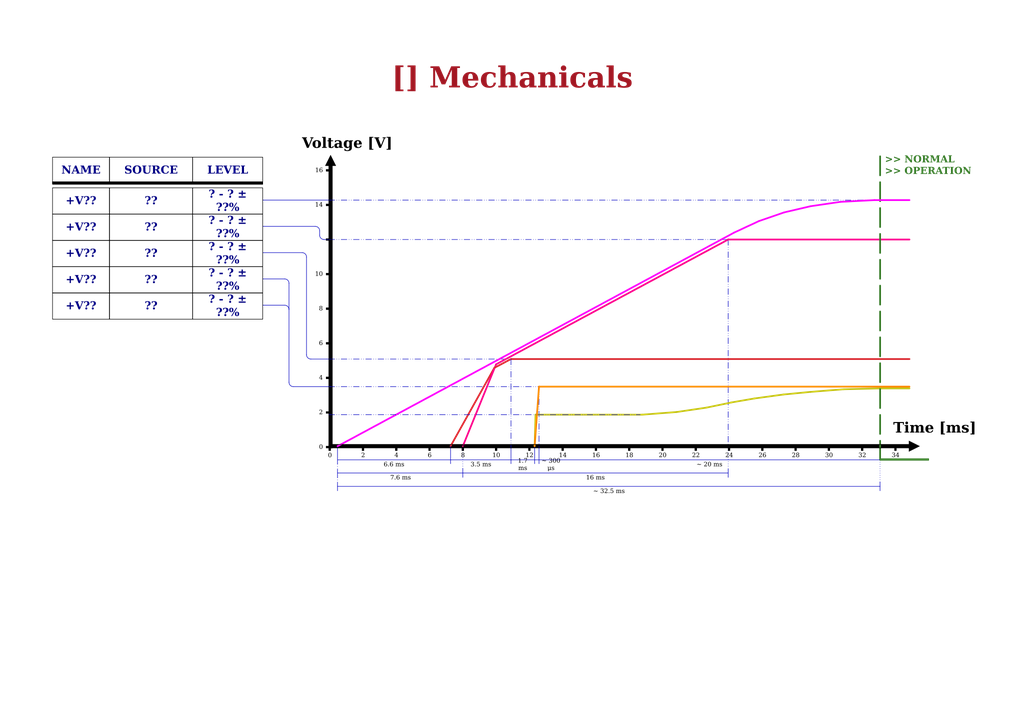
<source format=kicad_sch>
(kicad_sch
	(version 20250114)
	(generator "eeschema")
	(generator_version "9.0")
	(uuid "26e99a33-043b-499d-a26e-816ff79b487a")
	(paper "A4")
	(title_block
		(title "Mechanicals")
		(date "2025-01-12")
		(rev "${REVISION}")
		(company "${COMPANY}")
	)
	(lib_symbols)
	(rectangle
		(start 94.615 119.38)
		(end 96.139 119.888)
		(stroke
			(width 0)
			(type default)
			(color 0 0 0 1)
		)
		(fill
			(type color)
			(color 0 0 0 1)
		)
		(uuid 01c9fd1d-d2cd-474e-a2f2-7336d2eb5438)
	)
	(rectangle
		(start 114.681 129.159)
		(end 115.189 130.683)
		(stroke
			(width 0)
			(type default)
			(color 0 0 0 1)
		)
		(fill
			(type color)
			(color 0 0 0 1)
		)
		(uuid 085660ca-3a67-46bf-85b0-bb74abf891e3)
	)
	(rectangle
		(start 191.897 129.159)
		(end 192.405 130.683)
		(stroke
			(width 0)
			(type default)
			(color 0 0 0 1)
		)
		(fill
			(type color)
			(color 0 0 0 1)
		)
		(uuid 09774e91-f9d0-4db9-9e0f-815490f4898d)
	)
	(arc
		(start 82.55 80.897)
		(mid 83.4487 81.2689)
		(end 83.82 82.167)
		(stroke
			(width 0)
			(type default)
		)
		(fill
			(type none)
		)
		(uuid 0c0f9f41-f41f-4d24-90e5-831fa1470dea)
	)
	(rectangle
		(start 249.809 129.159)
		(end 250.317 130.683)
		(stroke
			(width 0)
			(type default)
			(color 0 0 0 1)
		)
		(fill
			(type color)
			(color 0 0 0 1)
		)
		(uuid 1c1e908e-05f8-44d9-8561-32d60503f5fa)
	)
	(rectangle
		(start 220.853 129.159)
		(end 221.361 130.683)
		(stroke
			(width 0)
			(type default)
			(color 0 0 0 1)
		)
		(fill
			(type color)
			(color 0 0 0 1)
		)
		(uuid 205e879f-c514-4b78-8bf1-d45ed4980894)
	)
	(rectangle
		(start 94.615 79.248)
		(end 96.139 79.756)
		(stroke
			(width 0)
			(type default)
			(color 0 0 0 1)
		)
		(fill
			(type color)
			(color 0 0 0 1)
		)
		(uuid 23111c0a-8311-4e0b-b6b5-bb05b9cd3eab)
	)
	(rectangle
		(start 201.549 129.159)
		(end 202.057 130.683)
		(stroke
			(width 0)
			(type default)
			(color 0 0 0 1)
		)
		(fill
			(type color)
			(color 0 0 0 1)
		)
		(uuid 3b7d974c-37a0-442f-9733-47c591f05f53)
	)
	(arc
		(start 91.44 65.659)
		(mid 92.338 66.031)
		(end 92.71 66.929)
		(stroke
			(width 0)
			(type default)
		)
		(fill
			(type none)
		)
		(uuid 3c5d6acd-d97b-4c05-80b5-9742f3e3b5f0)
	)
	(rectangle
		(start 95.377 129.159)
		(end 95.885 130.683)
		(stroke
			(width 0)
			(type default)
			(color 0 0 0 1)
		)
		(fill
			(type color)
			(color 0 0 0 1)
		)
		(uuid 3dd077b4-ca8f-47c2-bee1-2e3802083be7)
	)
	(rectangle
		(start 133.985 129.159)
		(end 134.493 130.683)
		(stroke
			(width 0)
			(type default)
			(color 0 0 0 1)
		)
		(fill
			(type color)
			(color 0 0 0 1)
		)
		(uuid 3e62ef00-0c8e-41fa-b2f3-08de867fa54f)
	)
	(rectangle
		(start 94.615 69.215)
		(end 96.139 69.723)
		(stroke
			(width 0)
			(type default)
			(color 0 0 0 1)
		)
		(fill
			(type color)
			(color 0 0 0 1)
		)
		(uuid 421293c6-3cf3-494b-b1c5-7fc458134e79)
	)
	(rectangle
		(start 15.24 52.705)
		(end 76.2 53.467)
		(stroke
			(width 0)
			(type default)
			(color 0 0 0 1)
		)
		(fill
			(type color)
			(color 0 0 0 1)
		)
		(uuid 42271fe1-5842-414e-a310-4925dcee0008)
	)
	(rectangle
		(start 94.615 89.281)
		(end 96.139 89.789)
		(stroke
			(width 0)
			(type default)
			(color 0 0 0 1)
		)
		(fill
			(type color)
			(color 0 0 0 1)
		)
		(uuid 469c46ff-b6e8-4790-b52f-1ed9a2bdd1f8)
	)
	(rectangle
		(start 162.941 129.159)
		(end 163.449 130.683)
		(stroke
			(width 0)
			(type default)
			(color 0 0 0 1)
		)
		(fill
			(type color)
			(color 0 0 0 1)
		)
		(uuid 56c4474d-0301-4408-974f-0518f1baa953)
	)
	(rectangle
		(start 143.637 129.159)
		(end 144.145 130.683)
		(stroke
			(width 0)
			(type default)
			(color 0 0 0 1)
		)
		(fill
			(type color)
			(color 0 0 0 1)
		)
		(uuid 5eee5b1a-6c26-4234-8466-170b3f779aa3)
	)
	(rectangle
		(start 95.377 128.905)
		(end 263.779 129.921)
		(stroke
			(width 0)
			(type default)
			(color 0 0 0 1)
		)
		(fill
			(type color)
			(color 0 0 0 1)
		)
		(uuid 6d8a1105-6737-4a0b-9f5f-040b945eed17)
	)
	(arc
		(start 90.17 104.141)
		(mid 89.2716 103.7691)
		(end 88.9 102.871)
		(stroke
			(width 0)
			(type default)
		)
		(fill
			(type none)
		)
		(uuid 7b2230f0-ce99-43e9-84a4-a791101d7b85)
	)
	(rectangle
		(start 94.615 99.314)
		(end 96.139 99.822)
		(stroke
			(width 0)
			(type default)
			(color 0 0 0 1)
		)
		(fill
			(type color)
			(color 0 0 0 1)
		)
		(uuid 7f8be5cb-90a9-46c5-97db-3d1d78b2f341)
	)
	(rectangle
		(start 94.615 109.347)
		(end 96.139 109.855)
		(stroke
			(width 0)
			(type default)
			(color 0 0 0 1)
		)
		(fill
			(type color)
			(color 0 0 0 1)
		)
		(uuid 7fdcc2de-fa58-4066-9ff8-f7d6046e1167)
	)
	(rectangle
		(start 259.461 129.159)
		(end 259.969 130.683)
		(stroke
			(width 0)
			(type default)
			(color 0 0 0 1)
		)
		(fill
			(type color)
			(color 0 0 0 1)
		)
		(uuid 842b39c1-4ee6-4238-8b46-e785731d06f1)
	)
	(rectangle
		(start 105.029 129.159)
		(end 105.537 130.683)
		(stroke
			(width 0)
			(type default)
			(color 0 0 0 1)
		)
		(fill
			(type color)
			(color 0 0 0 1)
		)
		(uuid 960a89ab-5167-4e3c-95c8-b3e891644096)
	)
	(rectangle
		(start 240.157 129.159)
		(end 240.665 130.683)
		(stroke
			(width 0)
			(type default)
			(color 0 0 0 1)
		)
		(fill
			(type color)
			(color 0 0 0 1)
		)
		(uuid 96e56ef9-debd-4418-8330-7dca10cdbbe7)
	)
	(rectangle
		(start 95.377 47.371)
		(end 96.393 129.921)
		(stroke
			(width 0)
			(type default)
			(color 0 0 0 1)
		)
		(fill
			(type color)
			(color 0 0 0 1)
		)
		(uuid 996b6b38-3a4b-457c-8281-2dd4304c7e91)
	)
	(arc
		(start 82.55 88.516)
		(mid 83.4491 88.8878)
		(end 83.82 89.786)
		(stroke
			(width 0)
			(type default)
		)
		(fill
			(type none)
		)
		(uuid 9ad9af7d-f870-4f4d-b863-a3cb88d12708)
	)
	(rectangle
		(start 211.201 129.159)
		(end 211.709 130.683)
		(stroke
			(width 0)
			(type default)
			(color 0 0 0 1)
		)
		(fill
			(type color)
			(color 0 0 0 1)
		)
		(uuid 9bd636ad-96b2-4037-90f6-ad48772c0413)
	)
	(rectangle
		(start 230.505 129.159)
		(end 231.013 130.683)
		(stroke
			(width 0)
			(type default)
			(color 0 0 0 1)
		)
		(fill
			(type color)
			(color 0 0 0 1)
		)
		(uuid ab3483ad-9beb-416f-a41c-b3b1b7dc1850)
	)
	(rectangle
		(start 94.615 49.149)
		(end 96.139 49.657)
		(stroke
			(width 0)
			(type default)
			(color 0 0 0 1)
		)
		(fill
			(type color)
			(color 0 0 0 1)
		)
		(uuid b0c9fcec-fe45-4575-885f-193ce09a72d8)
	)
	(rectangle
		(start 172.593 129.159)
		(end 173.101 130.683)
		(stroke
			(width 0)
			(type default)
			(color 0 0 0 1)
		)
		(fill
			(type color)
			(color 0 0 0 1)
		)
		(uuid bacf2a60-ebce-4900-a491-53d1d841d529)
	)
	(rectangle
		(start 124.333 129.159)
		(end 124.841 130.683)
		(stroke
			(width 0)
			(type default)
			(color 0 0 0 1)
		)
		(fill
			(type color)
			(color 0 0 0 1)
		)
		(uuid c0e4d47a-808d-44d6-ac4a-0f050619e78d)
	)
	(arc
		(start 93.98 69.47)
		(mid 93.0816 69.0981)
		(end 92.71 68.2)
		(stroke
			(width 0)
			(type default)
		)
		(fill
			(type none)
		)
		(uuid c23b0f3d-e1fb-4eb1-9484-38fb02d60c76)
	)
	(rectangle
		(start 255.27 133.0198)
		(end 269.367 133.5278)
		(stroke
			(width 0)
			(type default)
			(color 53 123 38 1)
		)
		(fill
			(type color)
			(color 53 123 38 1)
		)
		(uuid cd333f61-3a84-425e-9405-6c9441d11e74)
	)
	(arc
		(start 87.63 73.278)
		(mid 88.5284 73.6499)
		(end 88.9 74.548)
		(stroke
			(width 0)
			(type default)
		)
		(fill
			(type none)
		)
		(uuid d7c738e5-3058-4b9a-a958-4d502446d8e3)
	)
	(rectangle
		(start 94.615 59.182)
		(end 96.139 59.69)
		(stroke
			(width 0)
			(type default)
			(color 0 0 0 1)
		)
		(fill
			(type color)
			(color 0 0 0 1)
		)
		(uuid d880b30a-ae22-4b99-94cc-3cc9c533e8e9)
	)
	(rectangle
		(start 182.245 129.159)
		(end 182.753 130.683)
		(stroke
			(width 0)
			(type default)
			(color 0 0 0 1)
		)
		(fill
			(type color)
			(color 0 0 0 1)
		)
		(uuid f32b3655-beae-4c32-8ac8-4acf2e080e86)
	)
	(rectangle
		(start 153.289 129.159)
		(end 153.797 130.683)
		(stroke
			(width 0)
			(type default)
			(color 0 0 0 1)
		)
		(fill
			(type color)
			(color 0 0 0 1)
		)
		(uuid f8dd6608-6fed-4399-a2fa-9a4460646543)
	)
	(arc
		(start 85.09 112.144)
		(mid 84.1909 111.7722)
		(end 83.82 110.874)
		(stroke
			(width 0)
			(type default)
		)
		(fill
			(type none)
		)
		(uuid fa9c855a-c6c8-4a57-823f-c3bb6c2a3ab3)
	)
	(rectangle
		(start 94.615 129.413)
		(end 96.139 129.921)
		(stroke
			(width 0)
			(type default)
			(color 0 0 0 1)
		)
		(fill
			(type color)
			(color 0 0 0 1)
		)
		(uuid fbce5f74-e6dc-4caf-95b1-d2e389cbff45)
	)
	(text "Voltage [V]"
		(exclude_from_sim no)
		(at 87.6046 44.4246 0)
		(effects
			(font
				(face "Times New Roman")
				(size 3 3)
				(thickness 0.4)
				(bold yes)
				(color 0 0 0 1)
			)
			(justify left bottom)
		)
		(uuid "175b8f18-81ff-4b8b-bacc-429ebcefd377")
	)
	(text ">> NORMAL \n>> OPERATION"
		(exclude_from_sim no)
		(at 256.667 51.562 0)
		(effects
			(font
				(face "Times New Roman")
				(size 2 2)
				(thickness 0.4)
				(bold yes)
				(color 53 123 38 1)
			)
			(justify left bottom)
		)
		(uuid "b29326be-65a3-4fc5-9d14-850aa59ca2a1")
	)
	(text "Time [ms]"
		(exclude_from_sim no)
		(at 259.08 127 0)
		(effects
			(font
				(face "Times New Roman")
				(size 3 3)
				(thickness 0.4)
				(bold yes)
				(color 0 0 0 1)
			)
			(justify left bottom)
		)
		(uuid "be8ac8d4-7137-494d-bff2-23ac58b6a9ef")
	)
	(text_box "3.5 ms"
		(exclude_from_sim no)
		(at 130.6576 133.4516 0)
		(size 17.653 2.54)
		(margins 0.9524 0.9524 0.9524 0.9524)
		(stroke
			(width -0.0001)
			(type default)
		)
		(fill
			(type none)
		)
		(effects
			(font
				(face "Times New Roman")
				(size 1.27 1.27)
				(color 0 0 0 1)
			)
		)
		(uuid "057279ac-9604-4990-8e26-7bec51ceaf06")
	)
	(text_box "18"
		(exclude_from_sim no)
		(at 180.8226 130.7846 0)
		(size 3.429 2.54)
		(margins 0.9524 0.9524 0.9524 0.9524)
		(stroke
			(width -0.0001)
			(type default)
		)
		(fill
			(type none)
		)
		(effects
			(font
				(face "Times New Roman")
				(size 1.27 1.27)
				(color 0 0 0 1)
			)
		)
		(uuid "08241509-e60b-45e1-b1ab-84f794ba668b")
	)
	(text_box "24"
		(exclude_from_sim no)
		(at 209.7786 130.7846 0)
		(size 3.429 2.54)
		(margins 0.9524 0.9524 0.9524 0.9524)
		(stroke
			(width -0.0001)
			(type default)
		)
		(fill
			(type none)
		)
		(effects
			(font
				(face "Times New Roman")
				(size 1.27 1.27)
				(color 0 0 0 1)
			)
		)
		(uuid "09ad8a29-0526-43a2-bbd5-b6f200d8097b")
	)
	(text_box "8"
		(exclude_from_sim no)
		(at 132.5626 130.7846 0)
		(size 3.429 2.54)
		(margins 0.9524 0.9524 0.9524 0.9524)
		(stroke
			(width -0.0001)
			(type default)
		)
		(fill
			(type none)
		)
		(effects
			(font
				(face "Times New Roman")
				(size 1.27 1.27)
				(color 0 0 0 1)
			)
		)
		(uuid "0de4d20a-cc42-420d-81c0-b6c33e089acb")
	)
	(text_box "7.6 ms"
		(exclude_from_sim no)
		(at 98.0186 137.2616 0)
		(size 36.322 2.54)
		(margins 0.9524 0.9524 0.9524 0.9524)
		(stroke
			(width -0.0001)
			(type default)
		)
		(fill
			(type none)
		)
		(effects
			(font
				(face "Times New Roman")
				(size 1.27 1.27)
				(color 0 0 0 1)
			)
		)
		(uuid "1013f434-6a63-4228-8d39-5e75ca888b6f")
	)
	(text_box "? - ? ± ??%"
		(exclude_from_sim no)
		(at 55.88 84.963 0)
		(size 20.32 7.62)
		(margins 1.7145 1.7145 1.7145 1.7145)
		(stroke
			(width 0)
			(type default)
			(color 0 0 0 1)
		)
		(fill
			(type none)
		)
		(effects
			(font
				(face "Times New Roman")
				(size 2.286 2.286)
				(bold yes)
				(color 0 0 127 1)
			)
		)
		(uuid "168bea25-5ecd-4637-ad4e-9c2d6a44d991")
	)
	(text_box "16"
		(exclude_from_sim no)
		(at 87.757 48.133 0)
		(size 6.858 2.54)
		(margins 0.9524 0.9524 0.9524 0.9524)
		(stroke
			(width -0.0001)
			(type default)
		)
		(fill
			(type none)
		)
		(effects
			(font
				(face "Times New Roman")
				(size 1.27 1.27)
				(color 0 0 0 1)
			)
			(justify right)
		)
		(uuid "1acc95ba-1aa1-4082-b81d-95c58a7a5af8")
	)
	(text_box "28"
		(exclude_from_sim no)
		(at 229.0826 130.7846 0)
		(size 3.429 2.54)
		(margins 0.9524 0.9524 0.9524 0.9524)
		(stroke
			(width -0.0001)
			(type default)
		)
		(fill
			(type none)
		)
		(effects
			(font
				(face "Times New Roman")
				(size 1.27 1.27)
				(color 0 0 0 1)
			)
		)
		(uuid "1b5838a0-a4ae-4fb3-ae92-0f87f906c2fd")
	)
	(text_box "~ 300 μs"
		(exclude_from_sim no)
		(at 154.9146 133.4516 0)
		(size 9.779 2.54)
		(margins 0.9524 0.9524 0.9524 0.9524)
		(stroke
			(width -0.0001)
			(type default)
		)
		(fill
			(type none)
		)
		(effects
			(font
				(face "Times New Roman")
				(size 1.27 1.27)
				(color 0 0 0 1)
			)
		)
		(uuid "20bbe4a3-b3be-4f55-b2bf-0186c6f41602")
	)
	(text_box "10"
		(exclude_from_sim no)
		(at 142.2146 130.7846 0)
		(size 3.429 2.54)
		(margins 0.9524 0.9524 0.9524 0.9524)
		(stroke
			(width -0.0001)
			(type default)
		)
		(fill
			(type none)
		)
		(effects
			(font
				(face "Times New Roman")
				(size 1.27 1.27)
				(color 0 0 0 1)
			)
		)
		(uuid "233b215e-473b-40c1-8a9f-d71a58a647c1")
	)
	(text_box "1.7 ms"
		(exclude_from_sim no)
		(at 148.1836 133.4516 0)
		(size 6.858 2.54)
		(margins 0.9524 0.9524 0.9524 0.9524)
		(stroke
			(width -0.0001)
			(type default)
		)
		(fill
			(type none)
		)
		(effects
			(font
				(face "Times New Roman")
				(size 1.27 1.27)
				(color 0 0 0 1)
			)
		)
		(uuid "26c95559-cfb5-4481-9360-985eb89e9388")
	)
	(text_box "16 ms"
		(exclude_from_sim no)
		(at 134.2136 137.2616 0)
		(size 76.962 2.54)
		(margins 0.9524 0.9524 0.9524 0.9524)
		(stroke
			(width -0.0001)
			(type default)
		)
		(fill
			(type none)
		)
		(effects
			(font
				(face "Times New Roman")
				(size 1.27 1.27)
				(color 0 0 0 1)
			)
		)
		(uuid "288b5377-4e86-405e-bd20-a9e364c04dba")
	)
	(text_box "+V??"
		(exclude_from_sim no)
		(at 15.24 62.103 0)
		(size 16.51 7.62)
		(margins 1.7145 1.7145 1.7145 1.7145)
		(stroke
			(width 0)
			(type default)
			(color 0 0 0 1)
		)
		(fill
			(type none)
		)
		(effects
			(font
				(face "Times New Roman")
				(size 2.286 2.286)
				(bold yes)
				(color 0 0 127 1)
			)
		)
		(uuid "2d5ddbed-d046-46bd-afde-e8972921e7be")
	)
	(text_box "20"
		(exclude_from_sim no)
		(at 190.4746 130.7846 0)
		(size 3.429 2.54)
		(margins 0.9524 0.9524 0.9524 0.9524)
		(stroke
			(width -0.0001)
			(type default)
		)
		(fill
			(type none)
		)
		(effects
			(font
				(face "Times New Roman")
				(size 1.27 1.27)
				(color 0 0 0 1)
			)
		)
		(uuid "2e2baf2b-607e-438c-8d19-d89e05695d71")
	)
	(text_box "4"
		(exclude_from_sim no)
		(at 87.7316 108.3056 0)
		(size 6.858 2.54)
		(margins 0.9524 0.9524 0.9524 0.9524)
		(stroke
			(width -0.0001)
			(type default)
		)
		(fill
			(type none)
		)
		(effects
			(font
				(face "Times New Roman")
				(size 1.27 1.27)
				(color 0 0 0 1)
			)
			(justify right)
		)
		(uuid "3010b19b-c99d-4b77-bf14-7f71b9f36a3e")
	)
	(text_box "??"
		(exclude_from_sim no)
		(at 31.75 84.963 0)
		(size 24.13 7.62)
		(margins 1.7145 1.7145 1.7145 1.7145)
		(stroke
			(width 0)
			(type default)
			(color 0 0 0 1)
		)
		(fill
			(type none)
		)
		(effects
			(font
				(face "Times New Roman")
				(size 2.286 2.286)
				(bold yes)
				(color 0 0 127 1)
			)
		)
		(uuid "34a00741-5aa3-425e-8d2f-36fe2780fcc3")
	)
	(text_box "??"
		(exclude_from_sim no)
		(at 31.75 62.103 0)
		(size 24.13 7.62)
		(margins 1.7145 1.7145 1.7145 1.7145)
		(stroke
			(width 0)
			(type default)
			(color 0 0 0 1)
		)
		(fill
			(type none)
		)
		(effects
			(font
				(face "Times New Roman")
				(size 2.286 2.286)
				(bold yes)
				(color 0 0 127 1)
			)
		)
		(uuid "362b01b6-9828-4b98-a400-4a3f9ece633a")
	)
	(text_box "32"
		(exclude_from_sim no)
		(at 248.3866 130.7846 0)
		(size 3.429 2.54)
		(margins 0.9524 0.9524 0.9524 0.9524)
		(stroke
			(width -0.0001)
			(type default)
		)
		(fill
			(type none)
		)
		(effects
			(font
				(face "Times New Roman")
				(size 1.27 1.27)
				(color 0 0 0 1)
			)
		)
		(uuid "3ab2035b-94f9-4133-b63d-2dbd7b4e6e49")
	)
	(text_box "LEVEL"
		(exclude_from_sim no)
		(at 55.88 45.593 0)
		(size 20.32 7.62)
		(margins 1.7145 1.7145 1.7145 1.7145)
		(stroke
			(width 0)
			(type default)
			(color 0 0 0 1)
		)
		(fill
			(type none)
		)
		(effects
			(font
				(face "Times New Roman")
				(size 2.286 2.286)
				(bold yes)
				(color 0 0 127 1)
			)
		)
		(uuid "3cd39124-5460-432f-a6e2-6e3d0cfdc884")
	)
	(text_box "NAME"
		(exclude_from_sim no)
		(at 15.24 45.593 0)
		(size 16.51 7.62)
		(margins 1.7145 1.7145 1.7145 1.7145)
		(stroke
			(width 0)
			(type default)
			(color 0 0 0 1)
		)
		(fill
			(type none)
		)
		(effects
			(font
				(face "Times New Roman")
				(size 2.286 2.286)
				(bold yes)
				(color 0 0 127 1)
			)
		)
		(uuid "45440644-b7a1-4eca-8e5e-a9c7c9e4e343")
	)
	(text_box "6"
		(exclude_from_sim no)
		(at 122.9106 130.7846 0)
		(size 3.429 2.54)
		(margins 0.9524 0.9524 0.9524 0.9524)
		(stroke
			(width -0.0001)
			(type default)
		)
		(fill
			(type none)
		)
		(effects
			(font
				(face "Times New Roman")
				(size 1.27 1.27)
				(color 0 0 0 1)
			)
		)
		(uuid "52a74200-5717-4af9-b5e4-1d404429f3c6")
	)
	(text_box "+V??"
		(exclude_from_sim no)
		(at 15.24 77.343 0)
		(size 16.51 7.62)
		(margins 1.7145 1.7145 1.7145 1.7145)
		(stroke
			(width 0)
			(type default)
			(color 0 0 0 1)
		)
		(fill
			(type none)
		)
		(effects
			(font
				(face "Times New Roman")
				(size 2.286 2.286)
				(bold yes)
				(color 0 0 127 1)
			)
		)
		(uuid "534d6816-56cd-46a1-b732-3f07b130a1e6")
	)
	(text_box "~ 20 ms"
		(exclude_from_sim no)
		(at 156.3116 133.4516 0)
		(size 98.933 2.54)
		(margins 0.9524 0.9524 0.9524 0.9524)
		(stroke
			(width -0.0001)
			(type default)
		)
		(fill
			(type none)
		)
		(effects
			(font
				(face "Times New Roman")
				(size 1.27 1.27)
				(color 0 0 0 1)
			)
		)
		(uuid "53d1cf93-77bb-4e07-8e05-b99e1e701b70")
	)
	(text_box "SOURCE"
		(exclude_from_sim no)
		(at 31.75 45.593 0)
		(size 24.13 7.62)
		(margins 1.7145 1.7145 1.7145 1.7145)
		(stroke
			(width 0)
			(type default)
			(color 0 0 0 1)
		)
		(fill
			(type none)
		)
		(effects
			(font
				(face "Times New Roman")
				(size 2.286 2.286)
				(bold yes)
				(color 0 0 127 1)
			)
		)
		(uuid "5615c045-76fe-436f-b1ee-f5af0d2c63c0")
	)
	(text_box "4"
		(exclude_from_sim no)
		(at 113.2586 130.7846 0)
		(size 3.429 2.54)
		(margins 0.9524 0.9524 0.9524 0.9524)
		(stroke
			(width -0.0001)
			(type default)
		)
		(fill
			(type none)
		)
		(effects
			(font
				(face "Times New Roman")
				(size 1.27 1.27)
				(color 0 0 0 1)
			)
		)
		(uuid "5caf4e82-2927-400a-acd0-821d25796651")
	)
	(text_box "8"
		(exclude_from_sim no)
		(at 87.7316 88.2396 0)
		(size 6.858 2.54)
		(margins 0.9524 0.9524 0.9524 0.9524)
		(stroke
			(width -0.0001)
			(type default)
		)
		(fill
			(type none)
		)
		(effects
			(font
				(face "Times New Roman")
				(size 1.27 1.27)
				(color 0 0 0 1)
			)
			(justify right)
		)
		(uuid "6505df1b-9fde-4bbe-a672-be1b9857afa1")
	)
	(text_box "26"
		(exclude_from_sim no)
		(at 219.4306 130.7846 0)
		(size 3.429 2.54)
		(margins 0.9524 0.9524 0.9524 0.9524)
		(stroke
			(width -0.0001)
			(type default)
		)
		(fill
			(type none)
		)
		(effects
			(font
				(face "Times New Roman")
				(size 1.27 1.27)
				(color 0 0 0 1)
			)
		)
		(uuid "66adcae9-49e5-4fb7-a5be-2d5aa2aa227e")
	)
	(text_box "2"
		(exclude_from_sim no)
		(at 103.6066 130.7846 0)
		(size 3.429 2.54)
		(margins 0.9524 0.9524 0.9524 0.9524)
		(stroke
			(width -0.0001)
			(type default)
		)
		(fill
			(type none)
		)
		(effects
			(font
				(face "Times New Roman")
				(size 1.27 1.27)
				(color 0 0 0 1)
			)
		)
		(uuid "67b43e82-5cc6-4c5f-857a-bae126f94920")
	)
	(text_box "▲"
		(exclude_from_sim no)
		(at 94.615 45.085 0)
		(size 2.54 2.54)
		(margins 2.2499 2.2499 2.2499 2.2499)
		(stroke
			(width -0.0001)
			(type default)
		)
		(fill
			(type none)
		)
		(effects
			(font
				(face "Times New Roman")
				(size 3 3)
				(color 0 0 0 1)
			)
		)
		(uuid "69d7b4c2-c118-4b95-bd3b-473104ff316a")
	)
	(text_box "+V??"
		(exclude_from_sim no)
		(at 15.24 69.723 0)
		(size 16.51 7.62)
		(margins 1.7145 1.7145 1.7145 1.7145)
		(stroke
			(width 0)
			(type default)
			(color 0 0 0 1)
		)
		(fill
			(type none)
		)
		(effects
			(font
				(face "Times New Roman")
				(size 2.286 2.286)
				(bold yes)
				(color 0 0 127 1)
			)
		)
		(uuid "7c5e60ac-aa6c-44e8-8493-c0a9e5ff3009")
	)
	(text_box "14"
		(exclude_from_sim no)
		(at 161.5186 130.7846 0)
		(size 3.429 2.54)
		(margins 0.9524 0.9524 0.9524 0.9524)
		(stroke
			(width -0.0001)
			(type default)
		)
		(fill
			(type none)
		)
		(effects
			(font
				(face "Times New Roman")
				(size 1.27 1.27)
				(color 0 0 0 1)
			)
		)
		(uuid "7df7bfab-9129-461d-bdb7-48b4c71332fd")
	)
	(text_box "14"
		(exclude_from_sim no)
		(at 87.7316 58.1406 0)
		(size 6.858 2.54)
		(margins 0.9524 0.9524 0.9524 0.9524)
		(stroke
			(width -0.0001)
			(type default)
		)
		(fill
			(type none)
		)
		(effects
			(font
				(face "Times New Roman")
				(size 1.27 1.27)
				(color 0 0 0 1)
			)
			(justify right)
		)
		(uuid "7e86fc43-dc59-4681-818f-cb7ab0a72f3e")
	)
	(text_box "22"
		(exclude_from_sim no)
		(at 200.1266 130.7846 0)
		(size 3.429 2.54)
		(margins 0.9524 0.9524 0.9524 0.9524)
		(stroke
			(width -0.0001)
			(type default)
		)
		(fill
			(type none)
		)
		(effects
			(font
				(face "Times New Roman")
				(size 1.27 1.27)
				(color 0 0 0 1)
			)
		)
		(uuid "7f3e65a9-aab7-4e42-9498-fca7b427e5fc")
	)
	(text_box "[${#}] ${TITLE}"
		(exclude_from_sim no)
		(at 80.01 16.51 0)
		(size 137.16 12.7)
		(margins 4.4999 4.4999 4.4999 4.4999)
		(stroke
			(width -0.0001)
			(type default)
		)
		(fill
			(type none)
		)
		(effects
			(font
				(face "Times New Roman")
				(size 6 6)
				(thickness 1.2)
				(bold yes)
				(color 162 22 34 1)
			)
		)
		(uuid "80f76b8d-52cb-49fe-9647-9cd8137cf5f3")
	)
	(text_box "??"
		(exclude_from_sim no)
		(at 31.75 77.343 0)
		(size 24.13 7.62)
		(margins 1.7145 1.7145 1.7145 1.7145)
		(stroke
			(width 0)
			(type default)
			(color 0 0 0 1)
		)
		(fill
			(type none)
		)
		(effects
			(font
				(face "Times New Roman")
				(size 2.286 2.286)
				(bold yes)
				(color 0 0 127 1)
			)
		)
		(uuid "8966b19a-d616-412b-9b47-a52574bb7ce5")
	)
	(text_box "2"
		(exclude_from_sim no)
		(at 87.7316 118.3386 0)
		(size 6.858 2.54)
		(margins 0.9524 0.9524 0.9524 0.9524)
		(stroke
			(width -0.0001)
			(type default)
		)
		(fill
			(type none)
		)
		(effects
			(font
				(face "Times New Roman")
				(size 1.27 1.27)
				(color 0 0 0 1)
			)
			(justify right)
		)
		(uuid "8a474ee7-94fa-4ccc-b38a-f2fbfc4e735c")
	)
	(text_box "34"
		(exclude_from_sim no)
		(at 258.0386 130.7846 0)
		(size 3.429 2.54)
		(margins 0.9524 0.9524 0.9524 0.9524)
		(stroke
			(width -0.0001)
			(type default)
		)
		(fill
			(type none)
		)
		(effects
			(font
				(face "Times New Roman")
				(size 1.27 1.27)
				(color 0 0 0 1)
			)
		)
		(uuid "8dcf82bc-98be-4b97-af1b-f866a586ff9f")
	)
	(text_box "12"
		(exclude_from_sim no)
		(at 151.8666 130.7846 0)
		(size 3.429 2.54)
		(margins 0.9524 0.9524 0.9524 0.9524)
		(stroke
			(width -0.0001)
			(type default)
		)
		(fill
			(type none)
		)
		(effects
			(font
				(face "Times New Roman")
				(size 1.27 1.27)
				(color 0 0 0 1)
			)
		)
		(uuid "9334e207-a5ef-405d-9255-7532e4d805ec")
	)
	(text_box "??"
		(exclude_from_sim no)
		(at 31.75 69.723 0)
		(size 24.13 7.62)
		(margins 1.7145 1.7145 1.7145 1.7145)
		(stroke
			(width 0)
			(type default)
			(color 0 0 0 1)
		)
		(fill
			(type none)
		)
		(effects
			(font
				(face "Times New Roman")
				(size 2.286 2.286)
				(bold yes)
				(color 0 0 127 1)
			)
		)
		(uuid "96162dac-db58-49af-bc56-c797681d3382")
	)
	(text_box "0"
		(exclude_from_sim no)
		(at 93.98 130.81 0)
		(size 3.429 2.54)
		(margins 0.9524 0.9524 0.9524 0.9524)
		(stroke
			(width -0.0001)
			(type default)
		)
		(fill
			(type none)
		)
		(effects
			(font
				(face "Times New Roman")
				(size 1.27 1.27)
				(color 0 0 0 1)
			)
		)
		(uuid "9dba9cf1-c429-45db-bb2a-868858aa5986")
	)
	(text_box "??"
		(exclude_from_sim no)
		(at 31.75 54.483 0)
		(size 24.13 7.62)
		(margins 1.7145 1.7145 1.7145 1.7145)
		(stroke
			(width 0)
			(type default)
			(color 0 0 0 1)
		)
		(fill
			(type none)
		)
		(effects
			(font
				(face "Times New Roman")
				(size 2.286 2.286)
				(bold yes)
				(color 0 0 127 1)
			)
		)
		(uuid "a5a86ae4-3ea7-4429-8374-6853dbf3865c")
	)
	(text_box "? - ? ± ??%"
		(exclude_from_sim no)
		(at 55.88 69.723 0)
		(size 20.32 7.62)
		(margins 1.7145 1.7145 1.7145 1.7145)
		(stroke
			(width 0)
			(type default)
			(color 0 0 0 1)
		)
		(fill
			(type none)
		)
		(effects
			(font
				(face "Times New Roman")
				(size 2.286 2.286)
				(bold yes)
				(color 0 0 127 1)
			)
		)
		(uuid "aaf3a0b7-a131-4476-bccc-dd7373144909")
	)
	(text_box "? - ? ± ??%"
		(exclude_from_sim no)
		(at 55.88 77.343 0)
		(size 20.32 7.62)
		(margins 1.7145 1.7145 1.7145 1.7145)
		(stroke
			(width 0)
			(type default)
			(color 0 0 0 1)
		)
		(fill
			(type none)
		)
		(effects
			(font
				(face "Times New Roman")
				(size 2.286 2.286)
				(bold yes)
				(color 0 0 127 1)
			)
		)
		(uuid "ad3a5f07-5d67-4bdd-85a5-3e529605405c")
	)
	(text_box "+V??"
		(exclude_from_sim no)
		(at 15.24 84.963 0)
		(size 16.51 7.62)
		(margins 1.7145 1.7145 1.7145 1.7145)
		(stroke
			(width 0)
			(type default)
			(color 0 0 0 1)
		)
		(fill
			(type none)
		)
		(effects
			(font
				(face "Times New Roman")
				(size 2.286 2.286)
				(bold yes)
				(color 0 0 127 1)
			)
		)
		(uuid "b149cc82-24c2-4523-8290-e7d9f9f6c81a")
	)
	(text_box "+V??"
		(exclude_from_sim no)
		(at 15.24 54.483 0)
		(size 16.51 7.62)
		(margins 1.7145 1.7145 1.7145 1.7145)
		(stroke
			(width 0)
			(type default)
			(color 0 0 0 1)
		)
		(fill
			(type none)
		)
		(effects
			(font
				(face "Times New Roman")
				(size 2.286 2.286)
				(bold yes)
				(color 0 0 127 1)
			)
		)
		(uuid "b711fedc-ef03-4d2a-8b96-b7d593e5186d")
	)
	(text_box "6"
		(exclude_from_sim no)
		(at 87.7316 98.2726 0)
		(size 6.858 2.54)
		(margins 0.9524 0.9524 0.9524 0.9524)
		(stroke
			(width -0.0001)
			(type default)
		)
		(fill
			(type none)
		)
		(effects
			(font
				(face "Times New Roman")
				(size 1.27 1.27)
				(color 0 0 0 1)
			)
			(justify right)
		)
		(uuid "bce17a48-7e59-488b-9a33-1522b6d97175")
	)
	(text_box "6.6 ms"
		(exclude_from_sim no)
		(at 97.8916 133.4516 0)
		(size 32.766 2.54)
		(margins 0.9524 0.9524 0.9524 0.9524)
		(stroke
			(width -0.0001)
			(type default)
		)
		(fill
			(type none)
		)
		(effects
			(font
				(face "Times New Roman")
				(size 1.27 1.27)
				(color 0 0 0 1)
			)
		)
		(uuid "c588afea-31c7-4b80-a042-17fbbb6af658")
	)
	(text_box "0"
		(exclude_from_sim no)
		(at 87.757 128.397 0)
		(size 6.858 2.54)
		(margins 0.9524 0.9524 0.9524 0.9524)
		(stroke
			(width -0.0001)
			(type default)
		)
		(fill
			(type none)
		)
		(effects
			(font
				(face "Times New Roman")
				(size 1.27 1.27)
				(color 0 0 0 1)
			)
			(justify right)
		)
		(uuid "c5d537af-47e9-4471-8118-803a7ac0d798")
	)
	(text_box "16"
		(exclude_from_sim no)
		(at 171.1706 130.7846 0)
		(size 3.429 2.54)
		(margins 0.9524 0.9524 0.9524 0.9524)
		(stroke
			(width -0.0001)
			(type default)
		)
		(fill
			(type none)
		)
		(effects
			(font
				(face "Times New Roman")
				(size 1.27 1.27)
				(color 0 0 0 1)
			)
		)
		(uuid "d806bfa1-61ae-489a-a3e3-75683404cfdf")
	)
	(text_box "10"
		(exclude_from_sim no)
		(at 87.7316 78.2066 0)
		(size 6.858 2.54)
		(margins 0.9524 0.9524 0.9524 0.9524)
		(stroke
			(width -0.0001)
			(type default)
		)
		(fill
			(type none)
		)
		(effects
			(font
				(face "Times New Roman")
				(size 1.27 1.27)
				(color 0 0 0 1)
			)
			(justify right)
		)
		(uuid "d9f2b1e6-6de7-412a-a713-034e966e807b")
	)
	(text_box "~ 32.5 ms"
		(exclude_from_sim no)
		(at 97.8916 141.1986 0)
		(size 157.48 2.54)
		(margins 0.9524 0.9524 0.9524 0.9524)
		(stroke
			(width -0.0001)
			(type default)
		)
		(fill
			(type none)
		)
		(effects
			(font
				(face "Times New Roman")
				(size 1.27 1.27)
				(color 0 0 0 1)
			)
		)
		(uuid "de143e59-1a42-4ff5-b077-1a340a241706")
	)
	(text_box "? - ? ± ??%"
		(exclude_from_sim no)
		(at 55.88 62.103 0)
		(size 20.32 7.62)
		(margins 1.7145 1.7145 1.7145 1.7145)
		(stroke
			(width 0)
			(type default)
			(color 0 0 0 1)
		)
		(fill
			(type none)
		)
		(effects
			(font
				(face "Times New Roman")
				(size 2.286 2.286)
				(bold yes)
				(color 0 0 127 1)
			)
		)
		(uuid "ec9210d4-6e0f-4762-a0b5-d02955ee194f")
	)
	(text_box "▼"
		(exclude_from_sim no)
		(at 263.779 128.143 90)
		(size 2.54 2.54)
		(margins 2.2499 2.2499 2.2499 2.2499)
		(stroke
			(width -0.0001)
			(type default)
		)
		(fill
			(type none)
		)
		(effects
			(font
				(face "Times New Roman")
				(size 3 3)
				(color 0 0 0 1)
			)
		)
		(uuid "f0832906-c8ce-4838-9631-bdf5b87a8ba3")
	)
	(text_box "30"
		(exclude_from_sim no)
		(at 238.7346 130.7846 0)
		(size 3.429 2.54)
		(margins 0.9524 0.9524 0.9524 0.9524)
		(stroke
			(width -0.0001)
			(type default)
		)
		(fill
			(type none)
		)
		(effects
			(font
				(face "Times New Roman")
				(size 1.27 1.27)
				(color 0 0 0 1)
			)
		)
		(uuid "f741b4d6-7a0b-439e-b8a6-601ff596837c")
	)
	(text_box "? - ? ± ??%"
		(exclude_from_sim no)
		(at 55.88 54.483 0)
		(size 20.32 7.62)
		(margins 1.7145 1.7145 1.7145 1.7145)
		(stroke
			(width 0)
			(type default)
			(color 0 0 0 1)
		)
		(fill
			(type none)
		)
		(effects
			(font
				(face "Times New Roman")
				(size 2.286 2.286)
				(bold yes)
				(color 0 0 127 1)
			)
		)
		(uuid "fd7c37db-37b1-4de2-af4f-510edac4065f")
	)
	(polyline
		(pts
			(xy 155.067 129.413) (xy 156.337 112.141)
		)
		(stroke
			(width 0.5)
			(type default)
			(color 252 134 0 1)
		)
		(uuid "04060073-e3f7-4746-a0ff-3e5a4d411deb")
	)
	(polyline
		(pts
			(xy 134.239 130.048) (xy 134.239 135.9154)
		)
		(stroke
			(width 0)
			(type dot)
		)
		(uuid "046cc92e-5593-4a98-a7fa-f4bb7914ed0d")
	)
	(polyline
		(pts
			(xy 97.9424 133.3754) (xy 130.683 133.3754)
		)
		(stroke
			(width 0)
			(type default)
		)
		(uuid "04dcb800-6295-4fe9-a90b-0487be7268f9")
	)
	(polyline
		(pts
			(xy 97.8916 134.5946) (xy 97.8916 135.8646)
		)
		(stroke
			(width 0)
			(type dot)
		)
		(uuid "064a21e4-52a8-4681-8aa8-5954e753f93b")
	)
	(polyline
		(pts
			(xy 156.337 112.141) (xy 263.779 112.141)
		)
		(stroke
			(width 0.5)
			(type default)
			(color 252 134 0 1)
		)
		(uuid "0cbd4671-7c23-4c0d-a5d5-a92bdb9a4d49")
	)
	(polyline
		(pts
			(xy 95.377 120.269) (xy 185.674 120.269)
		)
		(stroke
			(width 0)
			(type dash_dot_dot)
		)
		(uuid "15d7f7a6-f4cb-4960-8d35-e1c8fc617471")
	)
	(polyline
		(pts
			(xy 148.209 129.413) (xy 148.209 134.493)
		)
		(stroke
			(width 0)
			(type default)
		)
		(uuid "16b1635d-d94b-404c-9ba2-39136e8869cb")
	)
	(polyline
		(pts
			(xy 92.71 66.929) (xy 92.71 68.199)
		)
		(stroke
			(width 0)
			(type default)
		)
		(uuid "18958601-6dec-4ba5-a1a5-a7514534cbda")
	)
	(polyline
		(pts
			(xy 148.209 104.14) (xy 263.779 104.14)
		)
		(stroke
			(width 0.5)
			(type default)
			(color 218 36 44 1)
		)
		(uuid "1bc3e0b2-f1bd-4c65-9de9-401f09dad51c")
	)
	(polyline
		(pts
			(xy 220.091 64.135) (xy 227.457 61.595)
		)
		(stroke
			(width 0.5)
			(type default)
			(color 255 0 255 1)
		)
		(uuid "1cd97e7c-801d-419a-a510-43b5a762b207")
	)
	(polyline
		(pts
			(xy 82.55 88.519) (xy 76.2 88.519)
		)
		(stroke
			(width 0)
			(type default)
		)
		(uuid "1ed88917-e6ee-4df6-9216-8c2e0da78129")
	)
	(polyline
		(pts
			(xy 95.377 112.141) (xy 249.809 112.141)
		)
		(stroke
			(width 0)
			(type dash_dot_dot)
		)
		(uuid "1ff6572d-143c-4238-8f25-067e720bbbbf")
	)
	(polyline
		(pts
			(xy 93.98 69.469) (xy 95.377 69.469)
		)
		(stroke
			(width 0)
			(type default)
		)
		(uuid "29e09398-a3a9-4f57-bfdd-38d07564c58a")
	)
	(polyline
		(pts
			(xy 95.885 112.141) (xy 85.09 112.141)
		)
		(stroke
			(width 0)
			(type default)
		)
		(uuid "32a96fb3-77e5-46f5-a25a-4e98102aa427")
	)
	(polyline
		(pts
			(xy 255.143 112.649) (xy 263.779 112.649)
		)
		(stroke
			(width 0.5)
			(type default)
			(color 197 195 20 1)
		)
		(uuid "3a3d00c3-56ec-4d8a-a7d9-0397fa3a3e45")
	)
	(polyline
		(pts
			(xy 143.891 105.664) (xy 211.201 69.469)
		)
		(stroke
			(width 0.5)
			(type solid)
			(color 255 0 133 1)
		)
		(uuid "3d857eb2-5f91-48c0-9112-8afff14dfc65")
	)
	(polyline
		(pts
			(xy 204.851 118.237) (xy 212.217 116.713)
		)
		(stroke
			(width 0.5)
			(type default)
			(color 197 195 20 1)
		)
		(uuid "402e934a-8d83-49e6-8a3f-99b8ca899696")
	)
	(polyline
		(pts
			(xy 196.215 119.507) (xy 204.851 118.237)
		)
		(stroke
			(width 0.5)
			(type default)
			(color 197 195 20 1)
		)
		(uuid "4280c61a-45c8-4a7b-8270-a5d60633d130")
	)
	(polyline
		(pts
			(xy 95.377 58.039) (xy 76.2 58.039)
		)
		(stroke
			(width 0)
			(type default)
		)
		(uuid "4388f8f9-e0d2-46b2-97ec-882929091d71")
	)
	(polyline
		(pts
			(xy 211.201 69.469) (xy 263.779 69.469)
		)
		(stroke
			(width 0.5)
			(type solid)
			(color 255 0 133 1)
		)
		(uuid "44eaf96d-5e45-4a70-a3bf-1dd8afa456ac")
	)
	(polyline
		(pts
			(xy 134.239 129.413) (xy 143.891 105.664)
		)
		(stroke
			(width 0.5)
			(type solid)
			(color 255 0 133 1)
		)
		(uuid "4eef8a3c-2175-45b3-ab23-de0f873ffbfe")
	)
	(polyline
		(pts
			(xy 97.917 137.1854) (xy 134.239 137.1854)
		)
		(stroke
			(width 0)
			(type default)
		)
		(uuid "4f57c6b4-b978-45ec-9844-c8ad9e61aa5d")
	)
	(polyline
		(pts
			(xy 97.8916 135.9916) (xy 97.8916 138.5316)
		)
		(stroke
			(width 0)
			(type default)
		)
		(uuid "55a4f36a-a576-4c2f-b3c7-44cf763ad263")
	)
	(polyline
		(pts
			(xy 130.683 129.413) (xy 130.683 134.493)
		)
		(stroke
			(width 0)
			(type default)
		)
		(uuid "59f6b2a0-7e51-4de0-b4fd-7157bff9feb1")
	)
	(polyline
		(pts
			(xy 156.337 112.141) (xy 156.337 129.54)
		)
		(stroke
			(width 0)
			(type dash_dot_dot)
		)
		(uuid "64127ee9-5aac-46d5-8312-47d575f0bc14")
	)
	(polyline
		(pts
			(xy 134.239 137.1854) (xy 211.201 137.1854)
		)
		(stroke
			(width 0)
			(type default)
		)
		(uuid "64e18181-ba56-425e-a951-a39d036b182e")
	)
	(polyline
		(pts
			(xy 88.9 74.549) (xy 88.9 102.87)
		)
		(stroke
			(width 0)
			(type default)
		)
		(uuid "6950ddd5-2163-4e4d-a69b-1648827f1d4e")
	)
	(polyline
		(pts
			(xy 227.203 114.427) (xy 235.077 113.665)
		)
		(stroke
			(width 0.5)
			(type default)
			(color 197 195 20 1)
		)
		(uuid "6f701289-21a0-4afa-8a26-75437883b9cb")
	)
	(polyline
		(pts
			(xy 95.25 104.14) (xy 90.17 104.14)
		)
		(stroke
			(width 0)
			(type default)
		)
		(uuid "732b4e53-2cc0-4ac9-9dac-c9cc59cee60a")
	)
	(polyline
		(pts
			(xy 97.917 129.413) (xy 212.979 67.437)
		)
		(stroke
			(width 0.5)
			(type default)
			(color 255 0 255 1)
		)
		(uuid "75c0d4eb-680e-4236-8404-80039f2fb5c4")
	)
	(polyline
		(pts
			(xy 148.209 133.3754) (xy 156.337 133.3754)
		)
		(stroke
			(width 0)
			(type default)
		)
		(uuid "7a09a949-b4b2-4f5c-8ed7-541bb7ec8242")
	)
	(polyline
		(pts
			(xy 253.619 58.039) (xy 263.779 58.039)
		)
		(stroke
			(width 0.5)
			(type default)
			(color 255 0 255 1)
		)
		(uuid "7c9da14b-e301-4a66-ab5f-3de8a268a500")
	)
	(polyline
		(pts
			(xy 243.713 58.547) (xy 253.619 58.039)
		)
		(stroke
			(width 0.5)
			(type default)
			(color 255 0 255 1)
		)
		(uuid "7e4a6444-ec8a-42d3-b128-92a227d1bbb1")
	)
	(polyline
		(pts
			(xy 255.2446 139.8016) (xy 255.2446 142.3416)
		)
		(stroke
			(width 0)
			(type default)
		)
		(uuid "824156ed-8aad-4a35-b28e-d323269989cb")
	)
	(polyline
		(pts
			(xy 148.209 104.14) (xy 148.209 129.413)
		)
		(stroke
			(width 0)
			(type dash_dot_dot)
		)
		(uuid "83b6a3d6-ec25-4a6c-9af7-165178736be2")
	)
	(polyline
		(pts
			(xy 155.067 129.413) (xy 155.321 120.269)
		)
		(stroke
			(width 0.5)
			(type default)
			(color 197 195 20 1)
		)
		(uuid "8c9b1f94-ee83-40e1-ac4c-d0d3d4c40fd4")
	)
	(polyline
		(pts
			(xy 130.7338 133.3754) (xy 148.2598 133.3754)
		)
		(stroke
			(width 0)
			(type default)
		)
		(uuid "8e1b23d4-66f6-4ba2-87da-0e97cd9d658e")
	)
	(polyline
		(pts
			(xy 218.821 115.57) (xy 227.203 114.427)
		)
		(stroke
			(width 0.5)
			(type default)
			(color 197 195 20 1)
		)
		(uuid "9118ad58-9912-450d-b082-4e11db19b414")
	)
	(polyline
		(pts
			(xy 97.8916 129.3876) (xy 97.8916 134.5946)
		)
		(stroke
			(width 0)
			(type default)
		)
		(uuid "98a27ce4-9530-490a-9598-1b7219c1978c")
	)
	(polyline
		(pts
			(xy 186.309 120.269) (xy 196.215 119.507)
		)
		(stroke
			(width 0.5)
			(type default)
			(color 197 195 20 1)
		)
		(uuid "9a4cede9-4ef9-487c-96d7-44db94e0cc0a")
	)
	(polyline
		(pts
			(xy 83.82 82.169) (xy 83.82 110.871)
		)
		(stroke
			(width 0)
			(type default)
		)
		(uuid "9b393a09-50e4-494d-8031-bbbbaced5b06")
	)
	(polyline
		(pts
			(xy 227.457 61.595) (xy 235.077 59.817)
		)
		(stroke
			(width 0.5)
			(type default)
			(color 255 0 255 1)
		)
		(uuid "9e59442d-6890-4c04-af21-553df02642af")
	)
	(polyline
		(pts
			(xy 97.8916 138.5316) (xy 97.8916 139.8016)
		)
		(stroke
			(width 0)
			(type dot)
		)
		(uuid "a158a145-3fd3-45df-929d-eb5cc24ceb4a")
	)
	(polyline
		(pts
			(xy 95.377 58.039) (xy 261.239 58.039)
		)
		(stroke
			(width 0)
			(type dash_dot_dot)
		)
		(uuid "a298d0fc-a47f-419c-87b7-da6d9dffef47")
	)
	(polyline
		(pts
			(xy 155.321 120.269) (xy 186.309 120.269)
		)
		(stroke
			(width 0.5)
			(type default)
			(color 197 195 20 1)
		)
		(uuid "a560ffaa-9a21-4d44-a176-8e4e8fbec7b0")
	)
	(polyline
		(pts
			(xy 95.377 69.469) (xy 249.936 69.469)
		)
		(stroke
			(width 0)
			(type dash_dot_dot)
		)
		(uuid "b69a9f75-60f8-47b6-946e-464b81244be4")
	)
	(polyline
		(pts
			(xy 130.683 129.413) (xy 143.383 106.68)
		)
		(stroke
			(width 0.5)
			(type default)
			(color 218 36 44 1)
		)
		(uuid "b8177396-61fe-43b2-87eb-3c188308fb8c")
	)
	(polyline
		(pts
			(xy 211.201 69.469) (xy 211.201 129.413)
		)
		(stroke
			(width 0)
			(type dash_dot_dot)
		)
		(uuid "ba0e0e57-e2a2-4d76-95e5-f65f4748c5a4")
	)
	(polyline
		(pts
			(xy 97.8916 139.827) (xy 97.8916 142.3416)
		)
		(stroke
			(width 0)
			(type default)
		)
		(uuid "ba4853f8-e420-47ab-8250-bc2cf5d6f59d")
	)
	(polyline
		(pts
			(xy 255.2446 139.8016) (xy 255.2446 133.3246)
		)
		(stroke
			(width 0)
			(type dot)
		)
		(uuid "c1b58298-e82e-4386-ad61-b5cf2bf16fb6")
	)
	(polyline
		(pts
			(xy 91.44 65.659) (xy 76.2 65.659)
		)
		(stroke
			(width 0)
			(type default)
		)
		(uuid "c1d4c6d9-7f4b-40de-83c9-e555724cad71")
	)
	(polyline
		(pts
			(xy 95.377 104.14) (xy 249.809 104.14)
		)
		(stroke
			(width 0)
			(type dash_dot_dot)
		)
		(uuid "c28926c4-6444-4efc-8a98-12a4ac9eb80f")
	)
	(polyline
		(pts
			(xy 156.337 133.3754) (xy 255.2954 133.3754)
		)
		(stroke
			(width 0)
			(type default)
		)
		(uuid "c35beeb1-614a-40f2-a0d5-8295a3825a11")
	)
	(polyline
		(pts
			(xy 211.201 129.413) (xy 211.201 135.509)
		)
		(stroke
			(width 0)
			(type dot)
		)
		(uuid "c6f3a941-76c0-4c68-88f8-94b215297e35")
	)
	(polyline
		(pts
			(xy 211.201 135.9154) (xy 211.201 138.4554)
		)
		(stroke
			(width 0)
			(type default)
		)
		(uuid "cd5ffc00-2ce1-4a7c-b3d2-2cde3fe51dee")
	)
	(polyline
		(pts
			(xy 155.067 129.54) (xy 155.067 134.493)
		)
		(stroke
			(width 0)
			(type default)
		)
		(uuid "ceb42873-f2d5-4dc0-afb9-0aef6086d594")
	)
	(polyline
		(pts
			(xy 156.337 129.54) (xy 156.337 134.493)
		)
		(stroke
			(width 0)
			(type default)
		)
		(uuid "d0925e5d-b937-4361-8ff4-650f1e460ebf")
	)
	(polyline
		(pts
			(xy 76.2 73.279) (xy 87.63 73.279)
		)
		(stroke
			(width 0)
			(type default)
		)
		(uuid "d4b32b04-e775-48e2-b45c-391aca49d61d")
	)
	(polyline
		(pts
			(xy 97.8916 141.0716) (xy 255.2446 141.0716)
		)
		(stroke
			(width 0)
			(type default)
		)
		(uuid "df4d400e-cd57-40c5-80b7-955eec167790")
	)
	(polyline
		(pts
			(xy 255.27 133.35) (xy 255.27 45.339)
		)
		(stroke
			(width 0.5)
			(type dash)
			(color 53 123 38 1)
		)
		(uuid "e0585ef4-3cb5-4ca4-9291-ea6d4631b9df")
	)
	(polyline
		(pts
			(xy 244.729 112.903) (xy 255.143 112.649)
		)
		(stroke
			(width 0.5)
			(type default)
			(color 197 195 20 1)
		)
		(uuid "e3a6d83c-7fe1-4f59-b346-209f9b534df9")
	)
	(polyline
		(pts
			(xy 235.077 113.665) (xy 244.729 112.903)
		)
		(stroke
			(width 0.5)
			(type default)
			(color 197 195 20 1)
		)
		(uuid "e54b7c30-2392-4e52-9ba8-aa0aae3cb26e")
	)
	(polyline
		(pts
			(xy 134.239 135.9154) (xy 134.239 138.4554)
		)
		(stroke
			(width 0)
			(type default)
		)
		(uuid "e74fdd31-8d22-4f61-9d4e-3f6cfd0430c8")
	)
	(polyline
		(pts
			(xy 212.217 116.713) (xy 218.821 115.57)
		)
		(stroke
			(width 0.5)
			(type default)
			(color 197 195 20 1)
		)
		(uuid "e862e0b6-7246-4b91-b58e-fd92c4ba890f")
	)
	(polyline
		(pts
			(xy 143.383 106.68) (xy 148.209 104.14)
		)
		(stroke
			(width 0.5)
			(type default)
			(color 218 36 44 1)
		)
		(uuid "ea13e551-8e4a-4dcc-ba0b-5407e144a22d")
	)
	(polyline
		(pts
			(xy 212.979 67.437) (xy 220.091 64.135)
		)
		(stroke
			(width 0.5)
			(type default)
			(color 255 0 255 1)
		)
		(uuid "ebd69697-1f1b-4c95-905c-1c7c8409afbc")
	)
	(polyline
		(pts
			(xy 235.077 59.817) (xy 243.713 58.547)
		)
		(stroke
			(width 0.5)
			(type default)
			(color 255 0 255 1)
		)
		(uuid "f1ebfb76-e142-488c-88cf-b31fb01b5d8f")
	)
	(polyline
		(pts
			(xy 82.55 80.899) (xy 76.2 80.899)
		)
		(stroke
			(width 0)
			(type default)
		)
		(uuid "f90643b4-a30a-42fa-903d-6b9324bb08a3")
	)
)

</source>
